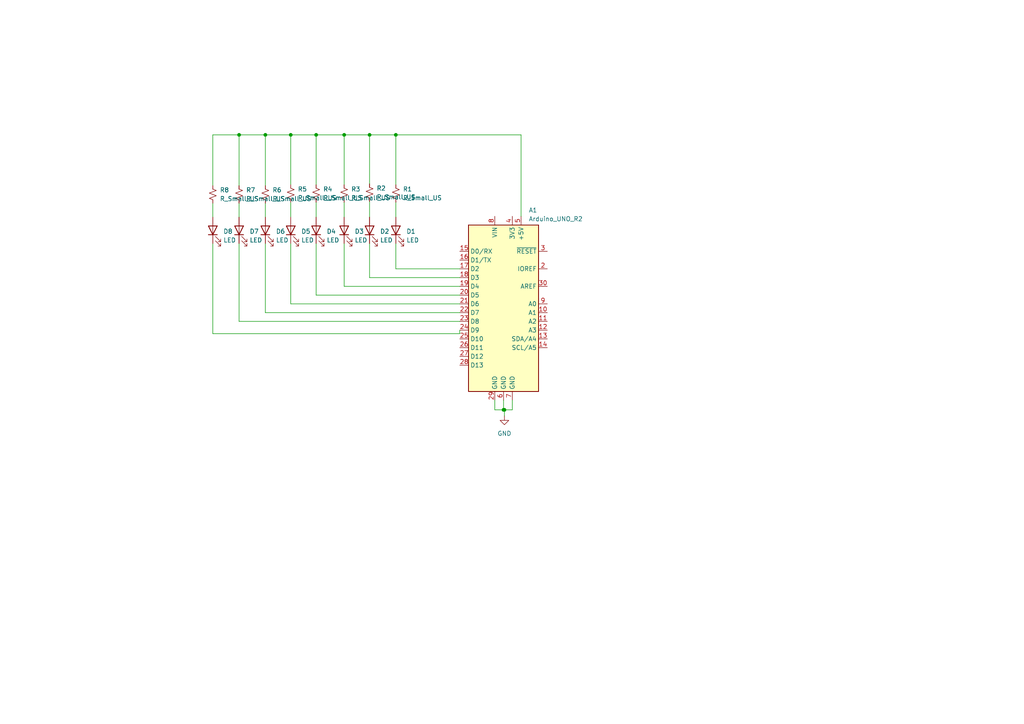
<source format=kicad_sch>
(kicad_sch (version 20230121) (generator eeschema)

  (uuid 65504416-534c-4fd5-8437-77dcade31d8e)

  (paper "A4")

  (lib_symbols
    (symbol "Device:LED" (pin_numbers hide) (pin_names (offset 1.016) hide) (in_bom yes) (on_board yes)
      (property "Reference" "D" (at 0 2.54 0)
        (effects (font (size 1.27 1.27)))
      )
      (property "Value" "LED" (at 0 -2.54 0)
        (effects (font (size 1.27 1.27)))
      )
      (property "Footprint" "" (at 0 0 0)
        (effects (font (size 1.27 1.27)) hide)
      )
      (property "Datasheet" "~" (at 0 0 0)
        (effects (font (size 1.27 1.27)) hide)
      )
      (property "ki_keywords" "LED diode" (at 0 0 0)
        (effects (font (size 1.27 1.27)) hide)
      )
      (property "ki_description" "Light emitting diode" (at 0 0 0)
        (effects (font (size 1.27 1.27)) hide)
      )
      (property "ki_fp_filters" "LED* LED_SMD:* LED_THT:*" (at 0 0 0)
        (effects (font (size 1.27 1.27)) hide)
      )
      (symbol "LED_0_1"
        (polyline
          (pts
            (xy -1.27 -1.27)
            (xy -1.27 1.27)
          )
          (stroke (width 0.254) (type default))
          (fill (type none))
        )
        (polyline
          (pts
            (xy -1.27 0)
            (xy 1.27 0)
          )
          (stroke (width 0) (type default))
          (fill (type none))
        )
        (polyline
          (pts
            (xy 1.27 -1.27)
            (xy 1.27 1.27)
            (xy -1.27 0)
            (xy 1.27 -1.27)
          )
          (stroke (width 0.254) (type default))
          (fill (type none))
        )
        (polyline
          (pts
            (xy -3.048 -0.762)
            (xy -4.572 -2.286)
            (xy -3.81 -2.286)
            (xy -4.572 -2.286)
            (xy -4.572 -1.524)
          )
          (stroke (width 0) (type default))
          (fill (type none))
        )
        (polyline
          (pts
            (xy -1.778 -0.762)
            (xy -3.302 -2.286)
            (xy -2.54 -2.286)
            (xy -3.302 -2.286)
            (xy -3.302 -1.524)
          )
          (stroke (width 0) (type default))
          (fill (type none))
        )
      )
      (symbol "LED_1_1"
        (pin passive line (at -3.81 0 0) (length 2.54)
          (name "K" (effects (font (size 1.27 1.27))))
          (number "1" (effects (font (size 1.27 1.27))))
        )
        (pin passive line (at 3.81 0 180) (length 2.54)
          (name "A" (effects (font (size 1.27 1.27))))
          (number "2" (effects (font (size 1.27 1.27))))
        )
      )
    )
    (symbol "Device:R_Small_US" (pin_numbers hide) (pin_names (offset 0.254) hide) (in_bom yes) (on_board yes)
      (property "Reference" "R" (at 0.762 0.508 0)
        (effects (font (size 1.27 1.27)) (justify left))
      )
      (property "Value" "R_Small_US" (at 0.762 -1.016 0)
        (effects (font (size 1.27 1.27)) (justify left))
      )
      (property "Footprint" "" (at 0 0 0)
        (effects (font (size 1.27 1.27)) hide)
      )
      (property "Datasheet" "~" (at 0 0 0)
        (effects (font (size 1.27 1.27)) hide)
      )
      (property "ki_keywords" "r resistor" (at 0 0 0)
        (effects (font (size 1.27 1.27)) hide)
      )
      (property "ki_description" "Resistor, small US symbol" (at 0 0 0)
        (effects (font (size 1.27 1.27)) hide)
      )
      (property "ki_fp_filters" "R_*" (at 0 0 0)
        (effects (font (size 1.27 1.27)) hide)
      )
      (symbol "R_Small_US_1_1"
        (polyline
          (pts
            (xy 0 0)
            (xy 1.016 -0.381)
            (xy 0 -0.762)
            (xy -1.016 -1.143)
            (xy 0 -1.524)
          )
          (stroke (width 0) (type default))
          (fill (type none))
        )
        (polyline
          (pts
            (xy 0 1.524)
            (xy 1.016 1.143)
            (xy 0 0.762)
            (xy -1.016 0.381)
            (xy 0 0)
          )
          (stroke (width 0) (type default))
          (fill (type none))
        )
        (pin passive line (at 0 2.54 270) (length 1.016)
          (name "~" (effects (font (size 1.27 1.27))))
          (number "1" (effects (font (size 1.27 1.27))))
        )
        (pin passive line (at 0 -2.54 90) (length 1.016)
          (name "~" (effects (font (size 1.27 1.27))))
          (number "2" (effects (font (size 1.27 1.27))))
        )
      )
    )
    (symbol "MCU_Module:Arduino_UNO_R2" (in_bom yes) (on_board yes)
      (property "Reference" "A" (at -10.16 23.495 0)
        (effects (font (size 1.27 1.27)) (justify left bottom))
      )
      (property "Value" "Arduino_UNO_R2" (at 5.08 -26.67 0)
        (effects (font (size 1.27 1.27)) (justify left top))
      )
      (property "Footprint" "Module:Arduino_UNO_R2" (at 0 0 0)
        (effects (font (size 1.27 1.27) italic) hide)
      )
      (property "Datasheet" "https://www.arduino.cc/en/Main/arduinoBoardUno" (at 0 0 0)
        (effects (font (size 1.27 1.27)) hide)
      )
      (property "ki_keywords" "Arduino UNO R3 Microcontroller Module Atmel AVR USB" (at 0 0 0)
        (effects (font (size 1.27 1.27)) hide)
      )
      (property "ki_description" "Arduino UNO Microcontroller Module, release 2" (at 0 0 0)
        (effects (font (size 1.27 1.27)) hide)
      )
      (property "ki_fp_filters" "Arduino*UNO*R2*" (at 0 0 0)
        (effects (font (size 1.27 1.27)) hide)
      )
      (symbol "Arduino_UNO_R2_0_1"
        (rectangle (start -10.16 22.86) (end 10.16 -25.4)
          (stroke (width 0.254) (type default))
          (fill (type background))
        )
      )
      (symbol "Arduino_UNO_R2_1_1"
        (pin no_connect line (at -10.16 -20.32 0) (length 2.54) hide
          (name "NC" (effects (font (size 1.27 1.27))))
          (number "1" (effects (font (size 1.27 1.27))))
        )
        (pin bidirectional line (at 12.7 -2.54 180) (length 2.54)
          (name "A1" (effects (font (size 1.27 1.27))))
          (number "10" (effects (font (size 1.27 1.27))))
        )
        (pin bidirectional line (at 12.7 -5.08 180) (length 2.54)
          (name "A2" (effects (font (size 1.27 1.27))))
          (number "11" (effects (font (size 1.27 1.27))))
        )
        (pin bidirectional line (at 12.7 -7.62 180) (length 2.54)
          (name "A3" (effects (font (size 1.27 1.27))))
          (number "12" (effects (font (size 1.27 1.27))))
        )
        (pin bidirectional line (at 12.7 -10.16 180) (length 2.54)
          (name "SDA/A4" (effects (font (size 1.27 1.27))))
          (number "13" (effects (font (size 1.27 1.27))))
        )
        (pin bidirectional line (at 12.7 -12.7 180) (length 2.54)
          (name "SCL/A5" (effects (font (size 1.27 1.27))))
          (number "14" (effects (font (size 1.27 1.27))))
        )
        (pin bidirectional line (at -12.7 15.24 0) (length 2.54)
          (name "D0/RX" (effects (font (size 1.27 1.27))))
          (number "15" (effects (font (size 1.27 1.27))))
        )
        (pin bidirectional line (at -12.7 12.7 0) (length 2.54)
          (name "D1/TX" (effects (font (size 1.27 1.27))))
          (number "16" (effects (font (size 1.27 1.27))))
        )
        (pin bidirectional line (at -12.7 10.16 0) (length 2.54)
          (name "D2" (effects (font (size 1.27 1.27))))
          (number "17" (effects (font (size 1.27 1.27))))
        )
        (pin bidirectional line (at -12.7 7.62 0) (length 2.54)
          (name "D3" (effects (font (size 1.27 1.27))))
          (number "18" (effects (font (size 1.27 1.27))))
        )
        (pin bidirectional line (at -12.7 5.08 0) (length 2.54)
          (name "D4" (effects (font (size 1.27 1.27))))
          (number "19" (effects (font (size 1.27 1.27))))
        )
        (pin output line (at 12.7 10.16 180) (length 2.54)
          (name "IOREF" (effects (font (size 1.27 1.27))))
          (number "2" (effects (font (size 1.27 1.27))))
        )
        (pin bidirectional line (at -12.7 2.54 0) (length 2.54)
          (name "D5" (effects (font (size 1.27 1.27))))
          (number "20" (effects (font (size 1.27 1.27))))
        )
        (pin bidirectional line (at -12.7 0 0) (length 2.54)
          (name "D6" (effects (font (size 1.27 1.27))))
          (number "21" (effects (font (size 1.27 1.27))))
        )
        (pin bidirectional line (at -12.7 -2.54 0) (length 2.54)
          (name "D7" (effects (font (size 1.27 1.27))))
          (number "22" (effects (font (size 1.27 1.27))))
        )
        (pin bidirectional line (at -12.7 -5.08 0) (length 2.54)
          (name "D8" (effects (font (size 1.27 1.27))))
          (number "23" (effects (font (size 1.27 1.27))))
        )
        (pin bidirectional line (at -12.7 -7.62 0) (length 2.54)
          (name "D9" (effects (font (size 1.27 1.27))))
          (number "24" (effects (font (size 1.27 1.27))))
        )
        (pin bidirectional line (at -12.7 -10.16 0) (length 2.54)
          (name "D10" (effects (font (size 1.27 1.27))))
          (number "25" (effects (font (size 1.27 1.27))))
        )
        (pin bidirectional line (at -12.7 -12.7 0) (length 2.54)
          (name "D11" (effects (font (size 1.27 1.27))))
          (number "26" (effects (font (size 1.27 1.27))))
        )
        (pin bidirectional line (at -12.7 -15.24 0) (length 2.54)
          (name "D12" (effects (font (size 1.27 1.27))))
          (number "27" (effects (font (size 1.27 1.27))))
        )
        (pin bidirectional line (at -12.7 -17.78 0) (length 2.54)
          (name "D13" (effects (font (size 1.27 1.27))))
          (number "28" (effects (font (size 1.27 1.27))))
        )
        (pin power_in line (at -2.54 -27.94 90) (length 2.54)
          (name "GND" (effects (font (size 1.27 1.27))))
          (number "29" (effects (font (size 1.27 1.27))))
        )
        (pin input line (at 12.7 15.24 180) (length 2.54)
          (name "~{RESET}" (effects (font (size 1.27 1.27))))
          (number "3" (effects (font (size 1.27 1.27))))
        )
        (pin input line (at 12.7 5.08 180) (length 2.54)
          (name "AREF" (effects (font (size 1.27 1.27))))
          (number "30" (effects (font (size 1.27 1.27))))
        )
        (pin power_out line (at 2.54 25.4 270) (length 2.54)
          (name "3V3" (effects (font (size 1.27 1.27))))
          (number "4" (effects (font (size 1.27 1.27))))
        )
        (pin power_out line (at 5.08 25.4 270) (length 2.54)
          (name "+5V" (effects (font (size 1.27 1.27))))
          (number "5" (effects (font (size 1.27 1.27))))
        )
        (pin power_in line (at 0 -27.94 90) (length 2.54)
          (name "GND" (effects (font (size 1.27 1.27))))
          (number "6" (effects (font (size 1.27 1.27))))
        )
        (pin power_in line (at 2.54 -27.94 90) (length 2.54)
          (name "GND" (effects (font (size 1.27 1.27))))
          (number "7" (effects (font (size 1.27 1.27))))
        )
        (pin power_in line (at -2.54 25.4 270) (length 2.54)
          (name "VIN" (effects (font (size 1.27 1.27))))
          (number "8" (effects (font (size 1.27 1.27))))
        )
        (pin bidirectional line (at 12.7 0 180) (length 2.54)
          (name "A0" (effects (font (size 1.27 1.27))))
          (number "9" (effects (font (size 1.27 1.27))))
        )
      )
    )
    (symbol "power:GND" (power) (pin_names (offset 0)) (in_bom yes) (on_board yes)
      (property "Reference" "#PWR" (at 0 -6.35 0)
        (effects (font (size 1.27 1.27)) hide)
      )
      (property "Value" "GND" (at 0 -3.81 0)
        (effects (font (size 1.27 1.27)))
      )
      (property "Footprint" "" (at 0 0 0)
        (effects (font (size 1.27 1.27)) hide)
      )
      (property "Datasheet" "" (at 0 0 0)
        (effects (font (size 1.27 1.27)) hide)
      )
      (property "ki_keywords" "global power" (at 0 0 0)
        (effects (font (size 1.27 1.27)) hide)
      )
      (property "ki_description" "Power symbol creates a global label with name \"GND\" , ground" (at 0 0 0)
        (effects (font (size 1.27 1.27)) hide)
      )
      (symbol "GND_0_1"
        (polyline
          (pts
            (xy 0 0)
            (xy 0 -1.27)
            (xy 1.27 -1.27)
            (xy 0 -2.54)
            (xy -1.27 -1.27)
            (xy 0 -1.27)
          )
          (stroke (width 0) (type default))
          (fill (type none))
        )
      )
      (symbol "GND_1_1"
        (pin power_in line (at 0 0 270) (length 0) hide
          (name "GND" (effects (font (size 1.27 1.27))))
          (number "1" (effects (font (size 1.27 1.27))))
        )
      )
    )
  )

  (junction (at 84.328 39.116) (diameter 0) (color 0 0 0 0)
    (uuid 074d69d2-d1e2-465e-a2aa-7b9fbafd131a)
  )
  (junction (at 76.962 39.116) (diameter 0) (color 0 0 0 0)
    (uuid 1e48e76e-4722-46fd-8c88-12c41458d38c)
  )
  (junction (at 146.05 118.872) (diameter 0) (color 0 0 0 0)
    (uuid 7713d9b0-afd5-4a11-b63e-575b0b2aa5a7)
  )
  (junction (at 146.304 118.872) (diameter 0) (color 0 0 0 0)
    (uuid 7d9b0521-57b3-4f41-bbb4-90fd3fc38472)
  )
  (junction (at 107.188 39.116) (diameter 0) (color 0 0 0 0)
    (uuid b05ef1bb-039b-4a75-ad75-8b30ef7e129b)
  )
  (junction (at 99.822 39.116) (diameter 0) (color 0 0 0 0)
    (uuid c52678f0-a339-4824-80ec-4baa377e78f3)
  )
  (junction (at 114.808 39.116) (diameter 0) (color 0 0 0 0)
    (uuid c848963b-b09a-4483-afd7-755fb0fc1b52)
  )
  (junction (at 91.694 39.116) (diameter 0) (color 0 0 0 0)
    (uuid c893ad30-c777-454c-9632-ae746d51d1be)
  )
  (junction (at 69.342 39.116) (diameter 0) (color 0 0 0 0)
    (uuid f84b0d12-c8cf-461d-8aaf-e7d84ea03463)
  )

  (wire (pts (xy 84.328 39.116) (xy 84.328 53.594))
    (stroke (width 0) (type default))
    (uuid 07ccd727-fd58-413a-b17a-4905dc0503d5)
  )
  (wire (pts (xy 107.188 39.116) (xy 107.188 53.34))
    (stroke (width 0) (type default))
    (uuid 09316a24-db06-4db7-bd4c-86e668c51c77)
  )
  (wire (pts (xy 61.722 39.116) (xy 61.722 53.848))
    (stroke (width 0) (type default))
    (uuid 0b3188bd-dc46-458d-910f-792eaa47c222)
  )
  (wire (pts (xy 107.188 58.42) (xy 107.188 62.992))
    (stroke (width 0) (type default))
    (uuid 0eca48a0-9f11-4c45-8938-e54978e56800)
  )
  (wire (pts (xy 76.962 39.116) (xy 84.328 39.116))
    (stroke (width 0) (type default))
    (uuid 0f88a141-959e-4868-be2c-7afa74e4a0a8)
  )
  (wire (pts (xy 114.808 58.674) (xy 114.808 62.992))
    (stroke (width 0) (type default))
    (uuid 14a6dca2-4447-43c4-bccd-4ea357c625d8)
  )
  (wire (pts (xy 84.328 88.138) (xy 133.35 88.138))
    (stroke (width 0) (type default))
    (uuid 1cc3ef35-73c3-49aa-9e02-a47aaaa9e8c1)
  )
  (wire (pts (xy 146.05 118.872) (xy 146.304 118.872))
    (stroke (width 0) (type default))
    (uuid 224c5304-a717-4241-81c0-341aff1cdbab)
  )
  (wire (pts (xy 69.342 39.116) (xy 76.962 39.116))
    (stroke (width 0) (type default))
    (uuid 22c15ecb-48b5-48c7-9749-629734c67972)
  )
  (wire (pts (xy 99.822 70.612) (xy 99.822 83.058))
    (stroke (width 0) (type default))
    (uuid 2581209a-5605-4f19-b3ff-4dffee26db8b)
  )
  (wire (pts (xy 107.188 39.116) (xy 114.808 39.116))
    (stroke (width 0) (type default))
    (uuid 27adaccd-2248-45cf-b99c-d50e3ded6353)
  )
  (wire (pts (xy 114.808 39.116) (xy 151.13 39.116))
    (stroke (width 0) (type default))
    (uuid 28ada365-d60a-4510-b3f3-633ee8bd0760)
  )
  (wire (pts (xy 76.962 58.928) (xy 76.962 62.992))
    (stroke (width 0) (type default))
    (uuid 2e7c4c56-0714-4782-9b38-c31a137bce75)
  )
  (wire (pts (xy 143.51 118.872) (xy 146.05 118.872))
    (stroke (width 0) (type default))
    (uuid 34f351b1-32c0-47b1-bdd7-36554c30e52c)
  )
  (wire (pts (xy 91.694 39.116) (xy 99.822 39.116))
    (stroke (width 0) (type default))
    (uuid 3835223d-6620-45e9-9cad-106608a236d8)
  )
  (wire (pts (xy 76.962 90.678) (xy 133.35 90.678))
    (stroke (width 0) (type default))
    (uuid 3ed2cc24-b8ac-4c71-be49-51069a71844f)
  )
  (wire (pts (xy 99.822 83.058) (xy 133.35 83.058))
    (stroke (width 0) (type default))
    (uuid 3efa57f7-2439-47c4-9619-86fdbc43a11f)
  )
  (wire (pts (xy 91.694 85.598) (xy 133.35 85.598))
    (stroke (width 0) (type default))
    (uuid 511a36f7-1159-4063-9d3d-bebedc142408)
  )
  (wire (pts (xy 91.694 58.674) (xy 91.694 62.992))
    (stroke (width 0) (type default))
    (uuid 550d9c3a-fc7d-403a-9074-5b7a72781ad3)
  )
  (wire (pts (xy 146.05 116.078) (xy 146.05 118.872))
    (stroke (width 0) (type default))
    (uuid 61fd4a27-fb67-41dd-b7e6-8537cc0527ff)
  )
  (wire (pts (xy 99.822 39.116) (xy 99.822 53.594))
    (stroke (width 0) (type default))
    (uuid 639070f7-0ad4-49cb-acbe-229386bcab68)
  )
  (wire (pts (xy 61.722 96.774) (xy 133.35 96.774))
    (stroke (width 0) (type default))
    (uuid 640c1dff-6c8c-4b54-8b2c-c182bf00c2b4)
  )
  (wire (pts (xy 76.962 70.612) (xy 76.962 90.678))
    (stroke (width 0) (type default))
    (uuid 64ed7e40-3ab5-44d6-a9d6-0257c2ea4f35)
  )
  (wire (pts (xy 99.822 58.674) (xy 99.822 62.992))
    (stroke (width 0) (type default))
    (uuid 652cb843-fc0e-493d-b798-9695b458aaae)
  )
  (wire (pts (xy 69.342 70.612) (xy 69.342 93.218))
    (stroke (width 0) (type default))
    (uuid 68a45e8f-f5a8-47db-8379-a926ab59054f)
  )
  (wire (pts (xy 69.342 53.848) (xy 69.342 39.116))
    (stroke (width 0) (type default))
    (uuid 6dab35c5-3941-48a4-9b81-a87ae837b68b)
  )
  (wire (pts (xy 61.722 39.116) (xy 69.342 39.116))
    (stroke (width 0) (type default))
    (uuid 77a44bbf-1f16-4019-9bd9-3fd37e3b6d81)
  )
  (wire (pts (xy 61.722 58.928) (xy 61.722 62.992))
    (stroke (width 0) (type default))
    (uuid 840736e3-c0e7-47cc-84b0-98eb17afb3fc)
  )
  (wire (pts (xy 107.188 80.518) (xy 133.35 80.518))
    (stroke (width 0) (type default))
    (uuid 84402652-92f5-4e5a-9d03-ffe09132c8cf)
  )
  (wire (pts (xy 143.51 116.078) (xy 143.51 118.872))
    (stroke (width 0) (type default))
    (uuid 95085df3-20a2-4ee3-b1d8-d888514aa743)
  )
  (wire (pts (xy 91.694 39.116) (xy 91.694 53.594))
    (stroke (width 0) (type default))
    (uuid 9552f79f-f7a4-4738-9d57-53cfa0e8c9db)
  )
  (wire (pts (xy 61.722 70.612) (xy 61.722 96.774))
    (stroke (width 0) (type default))
    (uuid 9ecb3a1e-808b-481d-a3ac-529d4d6e044c)
  )
  (wire (pts (xy 114.808 77.978) (xy 133.35 77.978))
    (stroke (width 0) (type default))
    (uuid 9ef2b5da-6293-4a3c-b230-4d4493846376)
  )
  (wire (pts (xy 151.13 62.738) (xy 151.13 39.116))
    (stroke (width 0) (type default))
    (uuid a681591a-6ee0-4656-8f99-21e77b7b8c35)
  )
  (wire (pts (xy 114.808 70.612) (xy 114.808 77.978))
    (stroke (width 0) (type default))
    (uuid a82e84dc-caf6-4596-8850-55c6567fd96c)
  )
  (wire (pts (xy 146.304 118.872) (xy 146.304 120.65))
    (stroke (width 0) (type default))
    (uuid a9a29991-5586-46f6-b357-8ccd468ef383)
  )
  (wire (pts (xy 84.328 39.116) (xy 91.694 39.116))
    (stroke (width 0) (type default))
    (uuid a9fc245f-7477-40e7-8ad1-96841ffe1fbe)
  )
  (wire (pts (xy 148.59 116.078) (xy 148.59 118.872))
    (stroke (width 0) (type default))
    (uuid b20fa43a-8961-4ddb-b286-042f822e4eb4)
  )
  (wire (pts (xy 107.188 70.612) (xy 107.188 80.518))
    (stroke (width 0) (type default))
    (uuid b30c3627-bb39-47ff-b6ec-85a9a0b7f690)
  )
  (wire (pts (xy 84.328 58.674) (xy 84.328 62.992))
    (stroke (width 0) (type default))
    (uuid b70ac903-a144-4453-958d-e4edb156cb57)
  )
  (wire (pts (xy 146.304 118.872) (xy 148.59 118.872))
    (stroke (width 0) (type default))
    (uuid bf7971a4-155c-4ba2-b6b3-89aab2a346ed)
  )
  (wire (pts (xy 84.328 70.612) (xy 84.328 88.138))
    (stroke (width 0) (type default))
    (uuid c480c36e-0161-49fc-aa4a-11b84f729c96)
  )
  (wire (pts (xy 114.808 39.116) (xy 114.808 53.594))
    (stroke (width 0) (type default))
    (uuid d372e1b0-e8af-42c4-9753-f0e05ccb5cd4)
  )
  (wire (pts (xy 99.822 39.116) (xy 107.188 39.116))
    (stroke (width 0) (type default))
    (uuid db072e6d-dce1-43b6-a730-68cd9e606374)
  )
  (wire (pts (xy 69.342 58.928) (xy 69.342 62.992))
    (stroke (width 0) (type default))
    (uuid e2a308c3-3141-4389-96d1-bc88baaa1136)
  )
  (wire (pts (xy 69.342 93.218) (xy 133.35 93.218))
    (stroke (width 0) (type default))
    (uuid e2cca40e-2f01-4752-aa8a-456e5df06015)
  )
  (wire (pts (xy 91.694 70.612) (xy 91.694 85.598))
    (stroke (width 0) (type default))
    (uuid e5baa45a-a1bd-49e1-8ffa-32603414ba2a)
  )
  (wire (pts (xy 76.962 39.116) (xy 76.962 53.848))
    (stroke (width 0) (type default))
    (uuid e863cc37-e212-4b71-9b85-ec449751f8a4)
  )
  (wire (pts (xy 133.35 96.774) (xy 133.35 95.758))
    (stroke (width 0) (type default))
    (uuid f401dde4-f4d6-43d6-a0a3-96a1fa4ab721)
  )

  (symbol (lib_id "Device:LED") (at 91.694 66.802 90) (unit 1)
    (in_bom yes) (on_board yes) (dnp no)
    (uuid 0885f371-ce1e-4c16-81ec-d3f34feacb31)
    (property "Reference" "D4" (at 94.742 67.1195 90)
      (effects (font (size 1.27 1.27)) (justify right))
    )
    (property "Value" "LED" (at 94.742 69.6595 90)
      (effects (font (size 1.27 1.27)) (justify right))
    )
    (property "Footprint" "LED_SMD:LED_0805_2012Metric" (at 91.694 66.802 0)
      (effects (font (size 1.27 1.27)) hide)
    )
    (property "Datasheet" "~" (at 91.694 66.802 0)
      (effects (font (size 1.27 1.27)) hide)
    )
    (pin "2" (uuid 6ab970a5-5201-4dc5-bc70-eafb7e1a9063))
    (pin "1" (uuid f2cc733e-c1f7-4010-9d6f-6569d02f5772))
    (instances
      (project "Arduino UNO Led Shield"
        (path "/65504416-534c-4fd5-8437-77dcade31d8e"
          (reference "D4") (unit 1)
        )
      )
    )
  )

  (symbol (lib_id "power:GND") (at 146.304 120.65 0) (unit 1)
    (in_bom yes) (on_board yes) (dnp no) (fields_autoplaced)
    (uuid 0c3c2780-0a22-4a72-8542-170b00ef8a5f)
    (property "Reference" "#PWR01" (at 146.304 127 0)
      (effects (font (size 1.27 1.27)) hide)
    )
    (property "Value" "GND" (at 146.304 125.73 0)
      (effects (font (size 1.27 1.27)))
    )
    (property "Footprint" "" (at 146.304 120.65 0)
      (effects (font (size 1.27 1.27)) hide)
    )
    (property "Datasheet" "" (at 146.304 120.65 0)
      (effects (font (size 1.27 1.27)) hide)
    )
    (pin "1" (uuid ee7d5c9f-2b1d-49be-a345-20ab7be44ec8))
    (instances
      (project "Arduino UNO Led Shield"
        (path "/65504416-534c-4fd5-8437-77dcade31d8e"
          (reference "#PWR01") (unit 1)
        )
      )
    )
  )

  (symbol (lib_id "Device:R_Small_US") (at 69.342 56.388 0) (unit 1)
    (in_bom yes) (on_board yes) (dnp no) (fields_autoplaced)
    (uuid 0f385fab-0516-4d81-bf1b-d33ed820ef9f)
    (property "Reference" "R7" (at 71.374 55.118 0)
      (effects (font (size 1.27 1.27)) (justify left))
    )
    (property "Value" "R_Small_US" (at 71.374 57.658 0)
      (effects (font (size 1.27 1.27)) (justify left))
    )
    (property "Footprint" "Resistor_SMD:R_0603_1608Metric" (at 69.342 56.388 0)
      (effects (font (size 1.27 1.27)) hide)
    )
    (property "Datasheet" "~" (at 69.342 56.388 0)
      (effects (font (size 1.27 1.27)) hide)
    )
    (pin "1" (uuid 4a783807-2d9c-4337-b17b-e5381ebd7d1a))
    (pin "2" (uuid bae3f9e2-6247-4ae9-ab21-83bc63a303fa))
    (instances
      (project "Arduino UNO Led Shield"
        (path "/65504416-534c-4fd5-8437-77dcade31d8e"
          (reference "R7") (unit 1)
        )
      )
    )
  )

  (symbol (lib_id "Device:R_Small_US") (at 91.694 56.134 0) (unit 1)
    (in_bom yes) (on_board yes) (dnp no) (fields_autoplaced)
    (uuid 10b97ecf-75d7-4c90-b2bc-0faa268961e4)
    (property "Reference" "R4" (at 93.726 54.864 0)
      (effects (font (size 1.27 1.27)) (justify left))
    )
    (property "Value" "R_Small_US" (at 93.726 57.404 0)
      (effects (font (size 1.27 1.27)) (justify left))
    )
    (property "Footprint" "Resistor_SMD:R_0603_1608Metric" (at 91.694 56.134 0)
      (effects (font (size 1.27 1.27)) hide)
    )
    (property "Datasheet" "~" (at 91.694 56.134 0)
      (effects (font (size 1.27 1.27)) hide)
    )
    (pin "1" (uuid 2c40a4b9-8601-4031-9eb5-d50cf10079ba))
    (pin "2" (uuid 71a3d982-db46-47dc-8614-768356782383))
    (instances
      (project "Arduino UNO Led Shield"
        (path "/65504416-534c-4fd5-8437-77dcade31d8e"
          (reference "R4") (unit 1)
        )
      )
    )
  )

  (symbol (lib_id "Device:LED") (at 76.962 66.802 90) (unit 1)
    (in_bom yes) (on_board yes) (dnp no) (fields_autoplaced)
    (uuid 135c84b6-cbe2-4f28-b982-1a5b45300a2a)
    (property "Reference" "D6" (at 80.01 67.1195 90)
      (effects (font (size 1.27 1.27)) (justify right))
    )
    (property "Value" "LED" (at 80.01 69.6595 90)
      (effects (font (size 1.27 1.27)) (justify right))
    )
    (property "Footprint" "LED_SMD:LED_0805_2012Metric" (at 76.962 66.802 0)
      (effects (font (size 1.27 1.27)) hide)
    )
    (property "Datasheet" "~" (at 76.962 66.802 0)
      (effects (font (size 1.27 1.27)) hide)
    )
    (pin "2" (uuid 6b8b3ba4-6569-4626-b734-000046c4cd6a))
    (pin "1" (uuid 2a681e90-8720-4aaa-b54c-debb21e69cdc))
    (instances
      (project "Arduino UNO Led Shield"
        (path "/65504416-534c-4fd5-8437-77dcade31d8e"
          (reference "D6") (unit 1)
        )
      )
    )
  )

  (symbol (lib_id "Device:R_Small_US") (at 84.328 56.134 0) (unit 1)
    (in_bom yes) (on_board yes) (dnp no) (fields_autoplaced)
    (uuid 1c7e8ebc-1047-41f4-a083-c047643d922e)
    (property "Reference" "R5" (at 86.36 54.864 0)
      (effects (font (size 1.27 1.27)) (justify left))
    )
    (property "Value" "R_Small_US" (at 86.36 57.404 0)
      (effects (font (size 1.27 1.27)) (justify left))
    )
    (property "Footprint" "Resistor_SMD:R_0603_1608Metric" (at 84.328 56.134 0)
      (effects (font (size 1.27 1.27)) hide)
    )
    (property "Datasheet" "~" (at 84.328 56.134 0)
      (effects (font (size 1.27 1.27)) hide)
    )
    (pin "1" (uuid 2f3636b9-56af-4a81-9326-cdfb5e3d3250))
    (pin "2" (uuid a2eb6dd3-9bc6-44bf-874c-9967b7aa5f8e))
    (instances
      (project "Arduino UNO Led Shield"
        (path "/65504416-534c-4fd5-8437-77dcade31d8e"
          (reference "R5") (unit 1)
        )
      )
    )
  )

  (symbol (lib_id "Device:R_Small_US") (at 61.722 56.388 0) (unit 1)
    (in_bom yes) (on_board yes) (dnp no) (fields_autoplaced)
    (uuid 2c10078b-6e19-4c36-a6e7-a5ea10011745)
    (property "Reference" "R8" (at 63.754 55.118 0)
      (effects (font (size 1.27 1.27)) (justify left))
    )
    (property "Value" "R_Small_US" (at 63.754 57.658 0)
      (effects (font (size 1.27 1.27)) (justify left))
    )
    (property "Footprint" "Resistor_SMD:R_0603_1608Metric" (at 61.722 56.388 0)
      (effects (font (size 1.27 1.27)) hide)
    )
    (property "Datasheet" "~" (at 61.722 56.388 0)
      (effects (font (size 1.27 1.27)) hide)
    )
    (pin "1" (uuid 522827bf-5008-43b5-9c0b-f0c02cd30679))
    (pin "2" (uuid 99bb545b-ffbd-4314-a90c-7588f03d9e08))
    (instances
      (project "Arduino UNO Led Shield"
        (path "/65504416-534c-4fd5-8437-77dcade31d8e"
          (reference "R8") (unit 1)
        )
      )
    )
  )

  (symbol (lib_id "Device:LED") (at 69.342 66.802 90) (unit 1)
    (in_bom yes) (on_board yes) (dnp no) (fields_autoplaced)
    (uuid 2f40e172-0b96-42b3-935d-929fab2bd22b)
    (property "Reference" "D7" (at 72.39 67.1195 90)
      (effects (font (size 1.27 1.27)) (justify right))
    )
    (property "Value" "LED" (at 72.39 69.6595 90)
      (effects (font (size 1.27 1.27)) (justify right))
    )
    (property "Footprint" "LED_SMD:LED_0805_2012Metric" (at 69.342 66.802 0)
      (effects (font (size 1.27 1.27)) hide)
    )
    (property "Datasheet" "~" (at 69.342 66.802 0)
      (effects (font (size 1.27 1.27)) hide)
    )
    (pin "2" (uuid c016cd5d-c713-4fd9-9f52-603dd801c4c8))
    (pin "1" (uuid 28429f90-63ea-4102-82b3-a717b8e5703e))
    (instances
      (project "Arduino UNO Led Shield"
        (path "/65504416-534c-4fd5-8437-77dcade31d8e"
          (reference "D7") (unit 1)
        )
      )
    )
  )

  (symbol (lib_id "Device:LED") (at 99.822 66.802 90) (unit 1)
    (in_bom yes) (on_board yes) (dnp no) (fields_autoplaced)
    (uuid 425ac91d-b849-4507-a4f3-0fff8978873e)
    (property "Reference" "D3" (at 102.87 67.1195 90)
      (effects (font (size 1.27 1.27)) (justify right))
    )
    (property "Value" "LED" (at 102.87 69.6595 90)
      (effects (font (size 1.27 1.27)) (justify right))
    )
    (property "Footprint" "LED_SMD:LED_0805_2012Metric" (at 99.822 66.802 0)
      (effects (font (size 1.27 1.27)) hide)
    )
    (property "Datasheet" "~" (at 99.822 66.802 0)
      (effects (font (size 1.27 1.27)) hide)
    )
    (pin "2" (uuid ed161b81-236d-46d7-9675-f80df1e0cc1f))
    (pin "1" (uuid ff9ae8ec-4ba6-4dc5-aac7-02912b56dc02))
    (instances
      (project "Arduino UNO Led Shield"
        (path "/65504416-534c-4fd5-8437-77dcade31d8e"
          (reference "D3") (unit 1)
        )
      )
    )
  )

  (symbol (lib_id "MCU_Module:Arduino_UNO_R2") (at 146.05 88.138 0) (unit 1)
    (in_bom yes) (on_board yes) (dnp no) (fields_autoplaced)
    (uuid 4e4d8a3c-8586-4598-9629-810da0c1fdf3)
    (property "Reference" "A1" (at 153.3241 60.96 0)
      (effects (font (size 1.27 1.27)) (justify left))
    )
    (property "Value" "Arduino_UNO_R2" (at 153.3241 63.5 0)
      (effects (font (size 1.27 1.27)) (justify left))
    )
    (property "Footprint" "Module:Arduino_UNO_R2" (at 146.05 88.138 0)
      (effects (font (size 1.27 1.27) italic) hide)
    )
    (property "Datasheet" "https://www.arduino.cc/en/Main/arduinoBoardUno" (at 146.05 88.138 0)
      (effects (font (size 1.27 1.27)) hide)
    )
    (pin "16" (uuid c4758840-ddda-4ec9-9226-ffe889ee30eb))
    (pin "1" (uuid c514c580-9e7e-48dd-bb96-cc3dabaf16c8))
    (pin "11" (uuid 4d71d746-547e-44a5-916b-1d9a2eaa093a))
    (pin "10" (uuid 23d3e258-3284-4ad3-a31d-9a11fea9102a))
    (pin "12" (uuid 1d76ab25-7a18-4aa2-9f29-dad5e0ab5b59))
    (pin "13" (uuid f30ff61a-70d4-486e-bebb-8a2b4ebb8073))
    (pin "15" (uuid 8907609c-29dd-4495-a3bd-2e15b71606f7))
    (pin "14" (uuid 187cc795-f9a2-41db-8109-7d6a5174b9ce))
    (pin "4" (uuid 5d3d7b53-a917-4269-947c-ae1d29ccf6e6))
    (pin "6" (uuid 5b6f9c6f-591a-4f2f-bf95-e416de10c065))
    (pin "7" (uuid af7bd900-90ce-464e-a568-fd33d7c9e501))
    (pin "29" (uuid f0e1dd1e-e47a-49e4-9805-0a7aee26448a))
    (pin "20" (uuid b2ed30e3-7ea1-4592-b041-57d2ea98084a))
    (pin "25" (uuid 2218fbe4-2bca-4b5a-9480-03974f78d3e0))
    (pin "19" (uuid 77cd7b1c-7131-41be-9d65-b435ebc0e083))
    (pin "28" (uuid b6446ae9-8a10-477b-875e-f2ed86b478c0))
    (pin "5" (uuid a2bd0c3d-911f-4047-a66e-60031238b9d6))
    (pin "8" (uuid 6cee1697-bcb6-4f08-9d78-3a8bbd41e64c))
    (pin "26" (uuid 9a3dfc34-ffe7-4853-8347-875ff459624f))
    (pin "27" (uuid 7f3a5ca0-a4e7-4920-8ff4-fd745c3e44c2))
    (pin "9" (uuid 582a760e-af1a-4c9e-b963-8ced61ae6cba))
    (pin "18" (uuid 71c6fe9c-b62f-45db-bff0-a3f1f372f0af))
    (pin "2" (uuid 4a6068b8-d510-4b42-afc0-16440575a6d3))
    (pin "21" (uuid abd23210-2ea6-4935-97bd-26cf28724e15))
    (pin "22" (uuid cd3c518a-6a32-477c-a214-a85dcd283838))
    (pin "23" (uuid 46806ba3-7b56-44af-8014-fa91f7428df5))
    (pin "17" (uuid 9fb682f3-373d-4f1e-b333-6d2f605bdb09))
    (pin "30" (uuid 651e3e0b-e8c4-4fd7-a983-f472c33d34ec))
    (pin "24" (uuid 4f3f76d8-1f7c-4f14-8b38-13f275c2eb37))
    (pin "3" (uuid d36d125b-097d-4b2a-bc23-c6d2919bc612))
    (instances
      (project "Arduino UNO Led Shield"
        (path "/65504416-534c-4fd5-8437-77dcade31d8e"
          (reference "A1") (unit 1)
        )
      )
    )
  )

  (symbol (lib_id "Device:LED") (at 84.328 66.802 90) (unit 1)
    (in_bom yes) (on_board yes) (dnp no) (fields_autoplaced)
    (uuid 5a79cd2b-8925-4637-bf89-31ee651d3b69)
    (property "Reference" "D5" (at 87.376 67.1195 90)
      (effects (font (size 1.27 1.27)) (justify right))
    )
    (property "Value" "LED" (at 87.376 69.6595 90)
      (effects (font (size 1.27 1.27)) (justify right))
    )
    (property "Footprint" "LED_SMD:LED_0805_2012Metric" (at 84.328 66.802 0)
      (effects (font (size 1.27 1.27)) hide)
    )
    (property "Datasheet" "~" (at 84.328 66.802 0)
      (effects (font (size 1.27 1.27)) hide)
    )
    (pin "2" (uuid 7f4b8fb6-a1f4-4968-91a4-0316664e0d07))
    (pin "1" (uuid a60cf6e7-cdd9-4f8f-8561-84f6609a912e))
    (instances
      (project "Arduino UNO Led Shield"
        (path "/65504416-534c-4fd5-8437-77dcade31d8e"
          (reference "D5") (unit 1)
        )
      )
    )
  )

  (symbol (lib_id "Device:R_Small_US") (at 99.822 56.134 0) (unit 1)
    (in_bom yes) (on_board yes) (dnp no) (fields_autoplaced)
    (uuid 60f2615b-ae4f-4bf9-aaea-b53a5b286cdc)
    (property "Reference" "R3" (at 101.854 54.864 0)
      (effects (font (size 1.27 1.27)) (justify left))
    )
    (property "Value" "R_Small_US" (at 101.854 57.404 0)
      (effects (font (size 1.27 1.27)) (justify left))
    )
    (property "Footprint" "Resistor_SMD:R_0603_1608Metric" (at 99.822 56.134 0)
      (effects (font (size 1.27 1.27)) hide)
    )
    (property "Datasheet" "~" (at 99.822 56.134 0)
      (effects (font (size 1.27 1.27)) hide)
    )
    (pin "1" (uuid f6b5188c-79a2-45c6-8fa7-a6c2f61ddb7c))
    (pin "2" (uuid 296598fa-e2d0-41da-bddf-da3b6f37812e))
    (instances
      (project "Arduino UNO Led Shield"
        (path "/65504416-534c-4fd5-8437-77dcade31d8e"
          (reference "R3") (unit 1)
        )
      )
    )
  )

  (symbol (lib_id "Device:LED") (at 114.808 66.802 90) (unit 1)
    (in_bom yes) (on_board yes) (dnp no) (fields_autoplaced)
    (uuid 69d1929c-d02d-4238-8707-fd2f1a499f6e)
    (property "Reference" "D1" (at 117.856 67.1195 90)
      (effects (font (size 1.27 1.27)) (justify right))
    )
    (property "Value" "LED" (at 117.856 69.6595 90)
      (effects (font (size 1.27 1.27)) (justify right))
    )
    (property "Footprint" "LED_SMD:LED_0805_2012Metric" (at 114.808 66.802 0)
      (effects (font (size 1.27 1.27)) hide)
    )
    (property "Datasheet" "~" (at 114.808 66.802 0)
      (effects (font (size 1.27 1.27)) hide)
    )
    (pin "2" (uuid 99008b46-7d1b-48d7-8c9b-0cf63278b771))
    (pin "1" (uuid f48d6ead-4095-4bbe-bfe7-6b70581fbd0e))
    (instances
      (project "Arduino UNO Led Shield"
        (path "/65504416-534c-4fd5-8437-77dcade31d8e"
          (reference "D1") (unit 1)
        )
      )
    )
  )

  (symbol (lib_id "Device:LED") (at 107.188 66.802 90) (unit 1)
    (in_bom yes) (on_board yes) (dnp no) (fields_autoplaced)
    (uuid 8070e260-33fd-4b06-9417-4868fcef4909)
    (property "Reference" "D2" (at 110.236 67.1195 90)
      (effects (font (size 1.27 1.27)) (justify right))
    )
    (property "Value" "LED" (at 110.236 69.6595 90)
      (effects (font (size 1.27 1.27)) (justify right))
    )
    (property "Footprint" "LED_SMD:LED_0805_2012Metric" (at 107.188 66.802 0)
      (effects (font (size 1.27 1.27)) hide)
    )
    (property "Datasheet" "~" (at 107.188 66.802 0)
      (effects (font (size 1.27 1.27)) hide)
    )
    (pin "2" (uuid 62a2a3eb-8090-4fc0-a19b-6ae0eb48238c))
    (pin "1" (uuid a00a88ad-e457-4c2d-b4da-8418b6f61c21))
    (instances
      (project "Arduino UNO Led Shield"
        (path "/65504416-534c-4fd5-8437-77dcade31d8e"
          (reference "D2") (unit 1)
        )
      )
    )
  )

  (symbol (lib_id "Device:R_Small_US") (at 76.962 56.388 0) (unit 1)
    (in_bom yes) (on_board yes) (dnp no) (fields_autoplaced)
    (uuid 924ebd87-c772-43db-bcba-88808205c00d)
    (property "Reference" "R6" (at 78.994 55.118 0)
      (effects (font (size 1.27 1.27)) (justify left))
    )
    (property "Value" "R_Small_US" (at 78.994 57.658 0)
      (effects (font (size 1.27 1.27)) (justify left))
    )
    (property "Footprint" "Resistor_SMD:R_0603_1608Metric" (at 76.962 56.388 0)
      (effects (font (size 1.27 1.27)) hide)
    )
    (property "Datasheet" "~" (at 76.962 56.388 0)
      (effects (font (size 1.27 1.27)) hide)
    )
    (pin "1" (uuid 4238b470-5ac5-4901-ba32-ecde28da40ba))
    (pin "2" (uuid c70f1a1d-e96c-4c3b-8159-4bef55084dff))
    (instances
      (project "Arduino UNO Led Shield"
        (path "/65504416-534c-4fd5-8437-77dcade31d8e"
          (reference "R6") (unit 1)
        )
      )
    )
  )

  (symbol (lib_id "Device:R_Small_US") (at 114.808 56.134 0) (unit 1)
    (in_bom yes) (on_board yes) (dnp no) (fields_autoplaced)
    (uuid ac227d6d-672e-4791-ad40-2ef4c68ad034)
    (property "Reference" "R1" (at 116.84 54.864 0)
      (effects (font (size 1.27 1.27)) (justify left))
    )
    (property "Value" "R_Small_US" (at 116.84 57.404 0)
      (effects (font (size 1.27 1.27)) (justify left))
    )
    (property "Footprint" "Resistor_SMD:R_0603_1608Metric" (at 114.808 56.134 0)
      (effects (font (size 1.27 1.27)) hide)
    )
    (property "Datasheet" "~" (at 114.808 56.134 0)
      (effects (font (size 1.27 1.27)) hide)
    )
    (pin "1" (uuid 718b76fd-5c38-4800-997b-e22cb8a57f8e))
    (pin "2" (uuid 8fbbd886-68dc-498d-ad99-3124a0bc88c1))
    (instances
      (project "Arduino UNO Led Shield"
        (path "/65504416-534c-4fd5-8437-77dcade31d8e"
          (reference "R1") (unit 1)
        )
      )
    )
  )

  (symbol (lib_id "Device:LED") (at 61.722 66.802 90) (unit 1)
    (in_bom yes) (on_board yes) (dnp no) (fields_autoplaced)
    (uuid c0c0e10d-8b84-46b9-833a-5ec6cb3dec2f)
    (property "Reference" "D8" (at 64.77 67.1195 90)
      (effects (font (size 1.27 1.27)) (justify right))
    )
    (property "Value" "LED" (at 64.77 69.6595 90)
      (effects (font (size 1.27 1.27)) (justify right))
    )
    (property "Footprint" "LED_SMD:LED_0805_2012Metric" (at 61.722 66.802 0)
      (effects (font (size 1.27 1.27)) hide)
    )
    (property "Datasheet" "~" (at 61.722 66.802 0)
      (effects (font (size 1.27 1.27)) hide)
    )
    (pin "2" (uuid c2c06369-543b-43a9-b849-aa74128ce6ee))
    (pin "1" (uuid c8f85e54-7891-4f40-b432-94fd7924a223))
    (instances
      (project "Arduino UNO Led Shield"
        (path "/65504416-534c-4fd5-8437-77dcade31d8e"
          (reference "D8") (unit 1)
        )
      )
    )
  )

  (symbol (lib_id "Device:R_Small_US") (at 107.188 55.88 0) (unit 1)
    (in_bom yes) (on_board yes) (dnp no) (fields_autoplaced)
    (uuid c3ff87dc-8122-46aa-be80-110368909538)
    (property "Reference" "R2" (at 109.22 54.61 0)
      (effects (font (size 1.27 1.27)) (justify left))
    )
    (property "Value" "R_Small_US" (at 109.22 57.15 0)
      (effects (font (size 1.27 1.27)) (justify left))
    )
    (property "Footprint" "Resistor_SMD:R_0603_1608Metric" (at 107.188 55.88 0)
      (effects (font (size 1.27 1.27)) hide)
    )
    (property "Datasheet" "~" (at 107.188 55.88 0)
      (effects (font (size 1.27 1.27)) hide)
    )
    (pin "1" (uuid 35aca888-86ba-4ac2-9a21-5839ad18e11c))
    (pin "2" (uuid 8be5fa22-bc49-43d8-9ae7-1b478a4968a4))
    (instances
      (project "Arduino UNO Led Shield"
        (path "/65504416-534c-4fd5-8437-77dcade31d8e"
          (reference "R2") (unit 1)
        )
      )
    )
  )

  (sheet_instances
    (path "/" (page "1"))
  )
)

</source>
